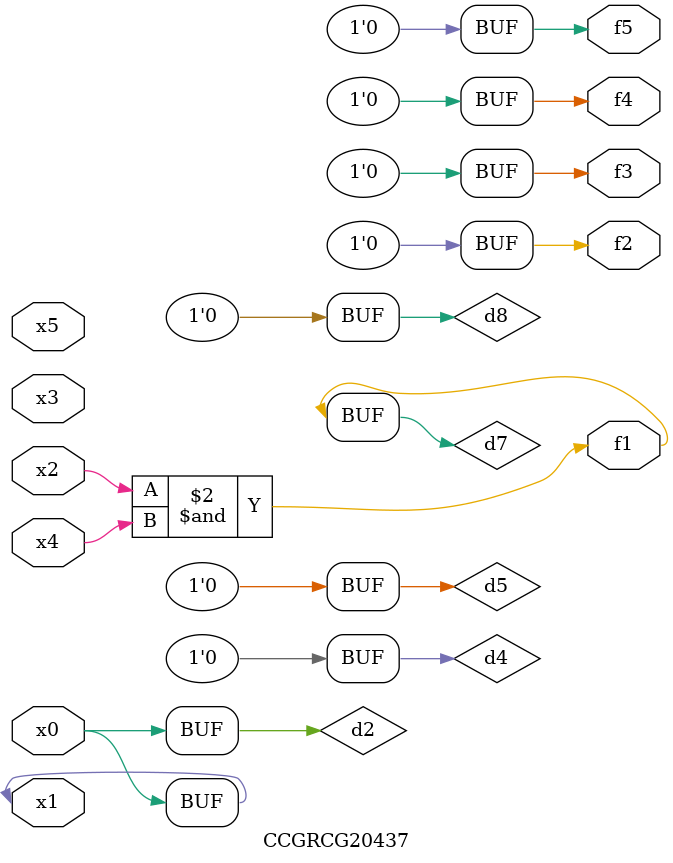
<source format=v>
module CCGRCG20437(
	input x0, x1, x2, x3, x4, x5,
	output f1, f2, f3, f4, f5
);

	wire d1, d2, d3, d4, d5, d6, d7, d8, d9;

	nand (d1, x1);
	buf (d2, x0, x1);
	nand (d3, x2, x4);
	and (d4, d1, d2);
	and (d5, d1, d2);
	nand (d6, d1, d3);
	not (d7, d3);
	xor (d8, d5);
	nor (d9, d5, d6);
	assign f1 = d7;
	assign f2 = d8;
	assign f3 = d8;
	assign f4 = d8;
	assign f5 = d8;
endmodule

</source>
